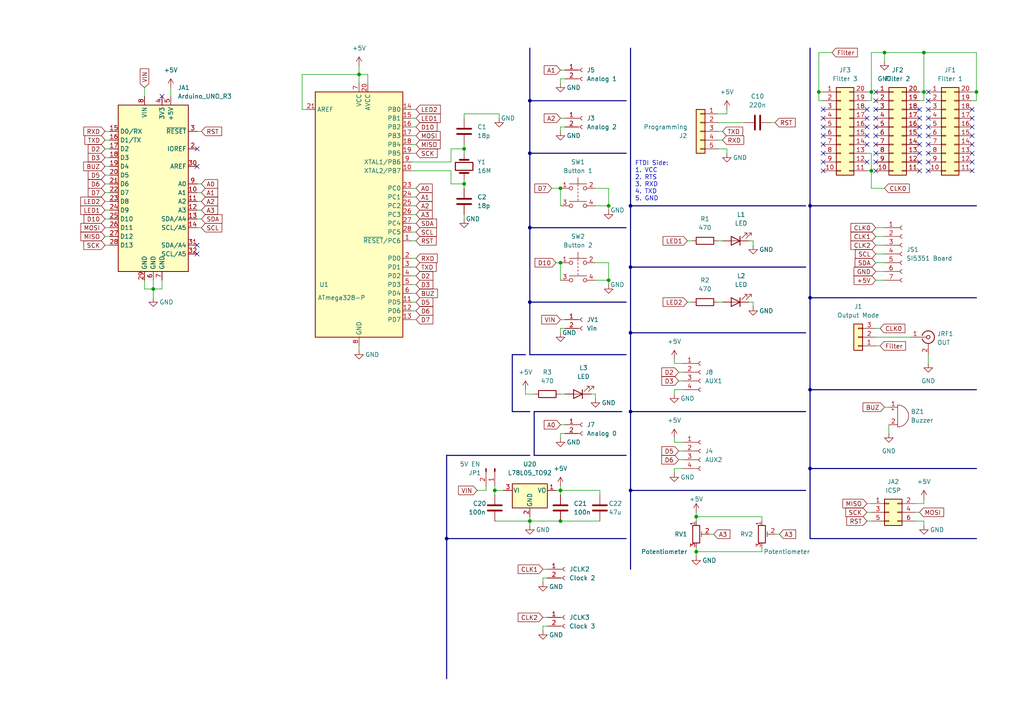
<source format=kicad_sch>
(kicad_sch (version 20211123) (generator eeschema)
  (paper "A4")
  (junction (at 44.45 83.82))
  (junction (at 252.73 49.53))
  (junction (at 162.56 54.61))
  (junction (at 162.56 76.2))
  (junction (at 267.97 26.67))
  (junction (at 234.95 113.03))
  (junction (at 234.95 86.36))
  (junction (at 143.51 142.24))
  (junction (at 153.67 87.63))
  (junction (at 201.93 149.86))
  (junction (at 182.88 59.69))
  (junction (at 267.97 15.24))
  (junction (at 176.53 59.69))
  (junction (at 182.88 77.47))
  (junction (at 153.67 44.45))
  (junction (at 201.93 160.02))
  (junction (at 104.14 21.59))
  (junction (at 256.54 15.24))
  (junction (at 182.88 142.24))
  (junction (at 182.88 96.52))
  (junction (at 134.62 43.18))
  (junction (at 129.54 156.21))
  (junction (at 182.88 119.38))
  (junction (at 153.67 151.13))
  (junction (at 237.49 26.67))
  (junction (at 234.95 59.69))
  (junction (at 283.21 26.67))
  (junction (at 153.67 66.04))
  (junction (at 153.67 29.21))
  (junction (at 134.62 53.34))
  (junction (at 234.95 135.89))
  (junction (at 162.56 151.13))
  (junction (at 176.53 81.28))
  (junction (at 252.73 26.67))
  (junction (at 162.56 142.24))
  (no_connect (at 238.76 36.83))
  (no_connect (at 254 34.29))
  (no_connect (at 254 49.53))
  (no_connect (at 266.7 49.53))
  (no_connect (at 269.24 49.53))
  (no_connect (at 281.94 49.53))
  (no_connect (at 238.76 49.53))
  (no_connect (at 254 46.99))
  (no_connect (at 251.46 36.83))
  (no_connect (at 266.7 41.91))
  (no_connect (at 254 36.83))
  (no_connect (at 254 26.67))
  (no_connect (at 238.76 41.91))
  (no_connect (at 254 44.45))
  (no_connect (at 266.7 36.83))
  (no_connect (at 238.76 31.75))
  (no_connect (at 238.76 34.29))
  (no_connect (at 251.46 39.37))
  (no_connect (at 238.76 46.99))
  (no_connect (at 251.46 31.75))
  (no_connect (at 266.7 46.99))
  (no_connect (at 46.99 27.94))
  (no_connect (at 251.46 46.99))
  (no_connect (at 266.7 31.75))
  (no_connect (at 238.76 39.37))
  (no_connect (at 266.7 44.45))
  (no_connect (at 266.7 34.29))
  (no_connect (at 251.46 34.29))
  (no_connect (at 254 29.21))
  (no_connect (at 57.15 43.18))
  (no_connect (at 57.15 48.26))
  (no_connect (at 251.46 41.91))
  (no_connect (at 254 41.91))
  (no_connect (at 266.7 39.37))
  (no_connect (at 57.15 71.12))
  (no_connect (at 57.15 73.66))
  (no_connect (at 238.76 44.45))
  (no_connect (at 269.24 39.37))
  (no_connect (at 269.24 44.45))
  (no_connect (at 269.24 41.91))
  (no_connect (at 269.24 36.83))
  (no_connect (at 269.24 46.99))
  (no_connect (at 269.24 29.21))
  (no_connect (at 269.24 26.67))
  (no_connect (at 269.24 31.75))
  (no_connect (at 269.24 34.29))
  (no_connect (at 281.94 46.99))
  (no_connect (at 281.94 39.37))
  (no_connect (at 281.94 44.45))
  (no_connect (at 281.94 36.83))
  (no_connect (at 281.94 41.91))
  (no_connect (at 281.94 31.75))
  (no_connect (at 281.94 34.29))
  (no_connect (at 254 31.75))
  (no_connect (at 254 39.37))
  (wire (pts (xy 162.56 20.32) (xy 163.83 20.32)))
  (wire (pts (xy 252.73 44.45) (xy 252.73 49.53)))
  (bus (pts (xy 182.88 119.38) (xy 182.88 142.24)))
  (wire (pts (xy 157.48 167.64) (xy 157.48 168.91)))
  (wire (pts (xy 217.17 87.63) (xy 218.44 87.63)))
  (bus (pts (xy 148.59 119.38) (xy 153.67 119.38)))
  (wire (pts (xy 237.49 26.67) (xy 238.76 26.67)))
  (wire (pts (xy 210.82 33.02) (xy 210.82 31.75)))
  (wire (pts (xy 172.72 54.61) (xy 176.53 54.61)))
  (bus (pts (xy 182.88 142.24) (xy 182.88 165.1)))
  (wire (pts (xy 218.44 87.63) (xy 218.44 88.9)))
  (wire (pts (xy 30.48 50.8) (xy 31.75 50.8)))
  (bus (pts (xy 153.67 29.21) (xy 181.61 29.21)))
  (wire (pts (xy 57.15 63.5) (xy 58.42 63.5)))
  (wire (pts (xy 130.81 49.53) (xy 130.81 53.34)))
  (wire (pts (xy 44.45 83.82) (xy 44.45 81.28)))
  (bus (pts (xy 153.67 132.08) (xy 129.54 132.08)))
  (wire (pts (xy 162.56 151.13) (xy 173.99 151.13)))
  (bus (pts (xy 153.67 66.04) (xy 153.67 87.63)))
  (wire (pts (xy 162.56 36.83) (xy 162.56 38.1)))
  (wire (pts (xy 152.4 114.3) (xy 154.94 114.3)))
  (bus (pts (xy 154.94 132.08) (xy 181.61 132.08)))
  (wire (pts (xy 158.75 167.64) (xy 157.48 167.64)))
  (wire (pts (xy 119.38 64.77) (xy 120.65 64.77)))
  (wire (pts (xy 265.43 146.05) (xy 267.97 146.05)))
  (bus (pts (xy 153.67 87.63) (xy 153.67 102.87)))
  (wire (pts (xy 201.93 158.75) (xy 201.93 160.02)))
  (wire (pts (xy 119.38 77.47) (xy 120.65 77.47)))
  (wire (pts (xy 30.48 38.1) (xy 31.75 38.1)))
  (wire (pts (xy 46.99 83.82) (xy 44.45 83.82)))
  (wire (pts (xy 162.56 142.24) (xy 162.56 143.51)))
  (bus (pts (xy 234.95 86.36) (xy 283.21 86.36)))
  (wire (pts (xy 199.39 69.85) (xy 200.66 69.85)))
  (bus (pts (xy 182.88 142.24) (xy 233.68 142.24)))
  (wire (pts (xy 57.15 55.88) (xy 58.42 55.88)))
  (wire (pts (xy 119.38 92.71) (xy 120.65 92.71)))
  (wire (pts (xy 252.73 54.61) (xy 256.54 54.61)))
  (wire (pts (xy 172.72 59.69) (xy 176.53 59.69)))
  (wire (pts (xy 162.56 76.2) (xy 162.56 81.28)))
  (wire (pts (xy 119.38 49.53) (xy 130.81 49.53)))
  (wire (pts (xy 283.21 26.67) (xy 283.21 15.24)))
  (wire (pts (xy 195.58 105.41) (xy 195.58 104.14)))
  (bus (pts (xy 234.95 135.89) (xy 234.95 156.21)))
  (wire (pts (xy 119.38 85.09) (xy 120.65 85.09)))
  (wire (pts (xy 254 81.28) (xy 256.54 81.28)))
  (wire (pts (xy 218.44 69.85) (xy 218.44 71.12)))
  (bus (pts (xy 234.95 86.36) (xy 234.95 113.03)))
  (wire (pts (xy 208.28 40.64) (xy 209.55 40.64)))
  (wire (pts (xy 134.62 44.45) (xy 134.62 43.18)))
  (wire (pts (xy 49.53 25.4) (xy 49.53 27.94)))
  (wire (pts (xy 160.02 54.61) (xy 162.56 54.61)))
  (wire (pts (xy 30.48 43.18) (xy 31.75 43.18)))
  (bus (pts (xy 148.59 102.87) (xy 148.59 119.38)))
  (wire (pts (xy 208.28 43.18) (xy 210.82 43.18)))
  (wire (pts (xy 162.56 123.19) (xy 163.83 123.19)))
  (bus (pts (xy 182.88 13.97) (xy 182.88 59.69)))
  (wire (pts (xy 237.49 15.24) (xy 237.49 26.67)))
  (wire (pts (xy 254 95.25) (xy 255.27 95.25)))
  (bus (pts (xy 182.88 77.47) (xy 233.68 77.47)))
  (wire (pts (xy 153.67 149.86) (xy 153.67 151.13)))
  (wire (pts (xy 195.58 113.03) (xy 195.58 114.3)))
  (wire (pts (xy 134.62 62.23) (xy 134.62 63.5)))
  (wire (pts (xy 87.63 31.75) (xy 87.63 21.59)))
  (wire (pts (xy 251.46 148.59) (xy 252.73 148.59)))
  (wire (pts (xy 173.99 143.51) (xy 173.99 142.24)))
  (wire (pts (xy 44.45 83.82) (xy 44.45 86.36)))
  (wire (pts (xy 119.38 82.55) (xy 120.65 82.55)))
  (wire (pts (xy 176.53 54.61) (xy 176.53 59.69)))
  (wire (pts (xy 172.72 114.3) (xy 172.72 115.57)))
  (wire (pts (xy 237.49 29.21) (xy 237.49 26.67)))
  (bus (pts (xy 153.67 44.45) (xy 181.61 44.45)))
  (wire (pts (xy 195.58 128.27) (xy 195.58 127)))
  (wire (pts (xy 256.54 118.11) (xy 257.81 118.11)))
  (wire (pts (xy 176.53 76.2) (xy 176.53 81.28)))
  (wire (pts (xy 223.52 35.56) (xy 224.79 35.56)))
  (wire (pts (xy 254 100.33) (xy 255.27 100.33)))
  (wire (pts (xy 267.97 26.67) (xy 266.7 26.67)))
  (wire (pts (xy 161.29 76.2) (xy 162.56 76.2)))
  (wire (pts (xy 104.14 100.33) (xy 104.14 101.6)))
  (wire (pts (xy 88.9 31.75) (xy 87.63 31.75)))
  (wire (pts (xy 254 73.66) (xy 256.54 73.66)))
  (wire (pts (xy 162.56 125.73) (xy 162.56 127)))
  (wire (pts (xy 252.73 29.21) (xy 252.73 26.67)))
  (wire (pts (xy 119.38 44.45) (xy 120.65 44.45)))
  (wire (pts (xy 104.14 19.05) (xy 104.14 21.59)))
  (wire (pts (xy 143.51 151.13) (xy 153.67 151.13)))
  (wire (pts (xy 41.91 83.82) (xy 44.45 83.82)))
  (bus (pts (xy 153.67 102.87) (xy 181.61 102.87)))
  (wire (pts (xy 134.62 34.29) (xy 134.62 33.02)))
  (bus (pts (xy 153.67 87.63) (xy 181.61 87.63)))
  (wire (pts (xy 158.75 181.61) (xy 157.48 181.61)))
  (wire (pts (xy 30.48 55.88) (xy 31.75 55.88)))
  (wire (pts (xy 172.72 76.2) (xy 176.53 76.2)))
  (wire (pts (xy 143.51 142.24) (xy 143.51 143.51)))
  (wire (pts (xy 196.85 130.81) (xy 198.12 130.81)))
  (wire (pts (xy 157.48 181.61) (xy 157.48 182.88)))
  (wire (pts (xy 220.98 160.02) (xy 201.93 160.02)))
  (wire (pts (xy 254 76.2) (xy 256.54 76.2)))
  (wire (pts (xy 208.28 38.1) (xy 209.55 38.1)))
  (bus (pts (xy 153.67 44.45) (xy 153.67 66.04)))
  (bus (pts (xy 234.95 135.89) (xy 283.21 135.89)))
  (wire (pts (xy 252.73 15.24) (xy 256.54 15.24)))
  (bus (pts (xy 129.54 132.08) (xy 129.54 156.21)))
  (wire (pts (xy 134.62 43.18) (xy 130.81 43.18)))
  (wire (pts (xy 208.28 87.63) (xy 209.55 87.63)))
  (wire (pts (xy 162.56 92.71) (xy 163.83 92.71)))
  (wire (pts (xy 30.48 71.12) (xy 31.75 71.12)))
  (bus (pts (xy 234.95 113.03) (xy 234.95 135.89)))
  (wire (pts (xy 140.97 142.24) (xy 138.43 142.24)))
  (wire (pts (xy 119.38 39.37) (xy 120.65 39.37)))
  (bus (pts (xy 234.95 156.21) (xy 283.21 156.21)))
  (bus (pts (xy 129.54 156.21) (xy 129.54 196.85)))
  (bus (pts (xy 182.88 96.52) (xy 182.88 119.38)))
  (wire (pts (xy 201.93 149.86) (xy 220.98 149.86)))
  (bus (pts (xy 153.67 29.21) (xy 153.67 44.45)))
  (wire (pts (xy 198.12 135.89) (xy 195.58 135.89)))
  (wire (pts (xy 267.97 29.21) (xy 267.97 26.67)))
  (wire (pts (xy 119.38 54.61) (xy 120.65 54.61)))
  (wire (pts (xy 119.38 31.75) (xy 120.65 31.75)))
  (bus (pts (xy 182.88 77.47) (xy 182.88 96.52)))
  (wire (pts (xy 267.97 152.4) (xy 267.97 151.13)))
  (wire (pts (xy 267.97 26.67) (xy 267.97 15.24)))
  (wire (pts (xy 171.45 114.3) (xy 172.72 114.3)))
  (wire (pts (xy 30.48 60.96) (xy 31.75 60.96)))
  (wire (pts (xy 195.58 135.89) (xy 195.58 137.16)))
  (wire (pts (xy 176.53 59.69) (xy 176.53 60.96)))
  (wire (pts (xy 134.62 53.34) (xy 134.62 54.61)))
  (wire (pts (xy 119.38 62.23) (xy 120.65 62.23)))
  (wire (pts (xy 130.81 43.18) (xy 130.81 46.99)))
  (wire (pts (xy 119.38 80.01) (xy 120.65 80.01)))
  (wire (pts (xy 119.38 90.17) (xy 120.65 90.17)))
  (bus (pts (xy 182.88 59.69) (xy 233.68 59.69)))
  (wire (pts (xy 153.67 151.13) (xy 153.67 152.4)))
  (wire (pts (xy 119.38 46.99) (xy 130.81 46.99)))
  (bus (pts (xy 153.67 13.97) (xy 153.67 29.21)))
  (wire (pts (xy 196.85 107.95) (xy 198.12 107.95)))
  (wire (pts (xy 198.12 105.41) (xy 195.58 105.41)))
  (wire (pts (xy 220.98 151.13) (xy 220.98 149.86)))
  (wire (pts (xy 210.82 43.18) (xy 210.82 44.45)))
  (wire (pts (xy 119.38 59.69) (xy 120.65 59.69)))
  (wire (pts (xy 241.3 15.24) (xy 237.49 15.24)))
  (wire (pts (xy 252.73 49.53) (xy 252.73 54.61)))
  (wire (pts (xy 267.97 15.24) (xy 256.54 15.24)))
  (wire (pts (xy 162.56 114.3) (xy 163.83 114.3)))
  (wire (pts (xy 208.28 35.56) (xy 215.9 35.56)))
  (wire (pts (xy 143.51 142.24) (xy 146.05 142.24)))
  (wire (pts (xy 57.15 53.34) (xy 58.42 53.34)))
  (wire (pts (xy 217.17 69.85) (xy 218.44 69.85)))
  (bus (pts (xy 234.95 59.69) (xy 234.95 86.36)))
  (wire (pts (xy 30.48 40.64) (xy 31.75 40.64)))
  (wire (pts (xy 162.56 95.25) (xy 162.56 96.52)))
  (bus (pts (xy 129.54 156.21) (xy 181.61 156.21)))
  (wire (pts (xy 281.94 29.21) (xy 283.21 29.21)))
  (bus (pts (xy 182.88 96.52) (xy 233.68 96.52)))
  (wire (pts (xy 30.48 53.34) (xy 31.75 53.34)))
  (wire (pts (xy 57.15 60.96) (xy 58.42 60.96)))
  (wire (pts (xy 41.91 25.4) (xy 41.91 27.94)))
  (wire (pts (xy 119.38 34.29) (xy 120.65 34.29)))
  (wire (pts (xy 254 66.04) (xy 256.54 66.04)))
  (wire (pts (xy 162.56 34.29) (xy 163.83 34.29)))
  (wire (pts (xy 140.97 140.97) (xy 140.97 142.24)))
  (wire (pts (xy 198.12 113.03) (xy 195.58 113.03)))
  (wire (pts (xy 208.28 69.85) (xy 209.55 69.85)))
  (wire (pts (xy 162.56 142.24) (xy 162.56 140.97)))
  (wire (pts (xy 163.83 95.25) (xy 162.56 95.25)))
  (bus (pts (xy 154.94 119.38) (xy 154.94 132.08)))
  (wire (pts (xy 257.81 123.19) (xy 257.81 125.73)))
  (wire (pts (xy 30.48 66.04) (xy 31.75 66.04)))
  (wire (pts (xy 254 97.79) (xy 264.16 97.79)))
  (wire (pts (xy 119.38 69.85) (xy 120.65 69.85)))
  (wire (pts (xy 251.46 29.21) (xy 252.73 29.21)))
  (wire (pts (xy 256.54 17.78) (xy 256.54 15.24)))
  (wire (pts (xy 130.81 53.34) (xy 134.62 53.34)))
  (bus (pts (xy 152.4 102.87) (xy 148.59 102.87)))
  (wire (pts (xy 199.39 87.63) (xy 200.66 87.63)))
  (wire (pts (xy 30.48 48.26) (xy 31.75 48.26)))
  (wire (pts (xy 283.21 15.24) (xy 267.97 15.24)))
  (wire (pts (xy 224.79 154.94) (xy 226.06 154.94)))
  (wire (pts (xy 267.97 151.13) (xy 265.43 151.13)))
  (wire (pts (xy 106.68 24.13) (xy 106.68 21.59)))
  (wire (pts (xy 163.83 36.83) (xy 162.56 36.83)))
  (wire (pts (xy 162.56 22.86) (xy 162.56 24.13)))
  (bus (pts (xy 182.88 119.38) (xy 233.68 119.38)))
  (wire (pts (xy 106.68 21.59) (xy 104.14 21.59)))
  (wire (pts (xy 265.43 148.59) (xy 266.7 148.59)))
  (wire (pts (xy 269.24 102.87) (xy 269.24 105.41)))
  (wire (pts (xy 251.46 151.13) (xy 252.73 151.13)))
  (wire (pts (xy 252.73 15.24) (xy 252.73 26.67)))
  (bus (pts (xy 182.88 59.69) (xy 182.88 77.47)))
  (wire (pts (xy 283.21 26.67) (xy 281.94 26.67)))
  (wire (pts (xy 152.4 114.3) (xy 152.4 113.03)))
  (wire (pts (xy 201.93 149.86) (xy 201.93 151.13)))
  (bus (pts (xy 234.95 13.97) (xy 234.95 59.69)))
  (wire (pts (xy 254 71.12) (xy 256.54 71.12)))
  (wire (pts (xy 251.46 49.53) (xy 252.73 49.53)))
  (wire (pts (xy 198.12 128.27) (xy 195.58 128.27)))
  (wire (pts (xy 162.56 54.61) (xy 162.56 59.69)))
  (wire (pts (xy 143.51 140.97) (xy 143.51 142.24)))
  (wire (pts (xy 104.14 21.59) (xy 104.14 24.13)))
  (wire (pts (xy 283.21 29.21) (xy 283.21 26.67)))
  (wire (pts (xy 157.48 179.07) (xy 158.75 179.07)))
  (wire (pts (xy 163.83 125.73) (xy 162.56 125.73)))
  (wire (pts (xy 251.46 146.05) (xy 252.73 146.05)))
  (wire (pts (xy 267.97 146.05) (xy 267.97 144.78)))
  (wire (pts (xy 220.98 158.75) (xy 220.98 160.02)))
  (wire (pts (xy 46.99 81.28) (xy 46.99 83.82)))
  (bus (pts (xy 283.21 59.69) (xy 234.95 59.69)))
  (wire (pts (xy 254 68.58) (xy 256.54 68.58)))
  (wire (pts (xy 161.29 142.24) (xy 162.56 142.24)))
  (wire (pts (xy 196.85 133.35) (xy 198.12 133.35)))
  (wire (pts (xy 30.48 68.58) (xy 31.75 68.58)))
  (wire (pts (xy 208.28 33.02) (xy 210.82 33.02)))
  (wire (pts (xy 251.46 44.45) (xy 252.73 44.45)))
  (wire (pts (xy 176.53 81.28) (xy 176.53 82.55)))
  (wire (pts (xy 172.72 81.28) (xy 176.53 81.28)))
  (wire (pts (xy 119.38 74.93) (xy 120.65 74.93)))
  (wire (pts (xy 119.38 67.31) (xy 120.65 67.31)))
  (wire (pts (xy 119.38 36.83) (xy 120.65 36.83)))
  (wire (pts (xy 119.38 57.15) (xy 120.65 57.15)))
  (wire (pts (xy 196.85 110.49) (xy 198.12 110.49)))
  (wire (pts (xy 87.63 21.59) (xy 104.14 21.59)))
  (wire (pts (xy 30.48 63.5) (xy 31.75 63.5)))
  (wire (pts (xy 205.74 154.94) (xy 207.01 154.94)))
  (wire (pts (xy 252.73 26.67) (xy 251.46 26.67)))
  (wire (pts (xy 134.62 53.34) (xy 134.62 52.07)))
  (wire (pts (xy 134.62 41.91) (xy 134.62 43.18)))
  (wire (pts (xy 238.76 29.21) (xy 237.49 29.21)))
  (wire (pts (xy 119.38 87.63) (xy 120.65 87.63)))
  (wire (pts (xy 157.48 165.1) (xy 158.75 165.1)))
  (wire (pts (xy 30.48 45.72) (xy 31.75 45.72)))
  (wire (pts (xy 41.91 81.28) (xy 41.91 83.82)))
  (wire (pts (xy 134.62 33.02) (xy 144.78 33.02)))
  (wire (pts (xy 163.83 22.86) (xy 162.56 22.86)))
  (wire (pts (xy 57.15 58.42) (xy 58.42 58.42)))
  (wire (pts (xy 119.38 41.91) (xy 120.65 41.91)))
  (wire (pts (xy 144.78 33.02) (xy 144.78 34.29)))
  (wire (pts (xy 201.93 148.59) (xy 201.93 149.86)))
  (wire (pts (xy 266.7 29.21) (xy 267.97 29.21)))
  (wire (pts (xy 153.67 151.13) (xy 162.56 151.13)))
  (wire (pts (xy 254 78.74) (xy 256.54 78.74)))
  (bus (pts (xy 234.95 113.03) (xy 283.21 113.03)))
  (bus (pts (xy 153.67 66.04) (xy 181.61 66.04)))
  (wire (pts (xy 57.15 38.1) (xy 58.42 38.1)))
  (wire (pts (xy 201.93 161.29) (xy 201.93 160.02)))
  (bus (pts (xy 154.94 119.38) (xy 180.34 119.38)))
  (wire (pts (xy 30.48 58.42) (xy 31.75 58.42)))
  (wire (pts (xy 57.15 66.04) (xy 58.42 66.04)))
  (wire (pts (xy 173.99 142.24) (xy 162.56 142.24)))
  (text "FTDI Side:\n1. VCC\n2. RTS\n3. RXD\n4. TXD\n5. GND" (at 184.15 58.42 0) (effects (font (size 1.27 1.27)) (justify left bottom)))
  (global_label "D6" (shape input) (at 30.48 53.34 180) (property "Intersheet References" "${INTERSHEET_REFS}" (effects hide)))
  (global_label "A2" (shape input) (at 162.56 34.29 180) (property "Intersheet References" "${INTERSHEET_REFS}" (effects hide)))
  (global_label "RST" (shape input) (at 120.65 69.85 0) (property "Intersheet References" "${INTERSHEET_REFS}" (effects hide)))
  (global_label "SCK" (shape input) (at 251.46 148.59 180) (property "Intersheet References" "${INTERSHEET_REFS}" (effects hide)))
  (global_label "SDA" (shape input) (at 120.65 64.77 0) (property "Intersheet References" "${INTERSHEET_REFS}" (effects hide)))
  (global_label "RST" (shape input) (at 251.46 151.13 180) (property "Intersheet References" "${INTERSHEET_REFS}" (effects hide)))
  (global_label "MOSI" (shape input) (at 30.48 66.04 180) (property "Intersheet References" "${INTERSHEET_REFS}" (effects hide)))
  (global_label "D5" (shape input) (at 196.85 130.81 180) (property "Intersheet References" "${INTERSHEET_REFS}" (effects hide)))
  (global_label "CLK1" (shape input) (at 254 68.58 180) (property "Intersheet References" "${INTERSHEET_REFS}" (effects hide)))
  (global_label "SCK" (shape input) (at 30.48 71.12 180) (property "Intersheet References" "${INTERSHEET_REFS}" (effects hide)))
  (global_label "A1" (shape input) (at 120.65 57.15 0) (property "Intersheet References" "${INTERSHEET_REFS}" (effects hide)))
  (global_label "RXD" (shape input) (at 30.48 38.1 180) (property "Intersheet References" "${INTERSHEET_REFS}" (effects hide)))
  (global_label "CLK0" (shape input) (at 256.54 54.61 0) (property "Intersheet References" "${INTERSHEET_REFS}" (effects hide)))
  (global_label "SCL" (shape input) (at 58.42 66.04 0) (property "Intersheet References" "${INTERSHEET_REFS}" (effects hide)))
  (global_label "LED2" (shape input) (at 199.39 87.63 180) (property "Intersheet References" "${INTERSHEET_REFS}" (effects hide)))
  (global_label "RST" (shape input) (at 58.42 38.1 0) (property "Intersheet References" "${INTERSHEET_REFS}" (effects hide)))
  (global_label "SCL" (shape input) (at 254 73.66 180) (property "Intersheet References" "${INTERSHEET_REFS}" (effects hide)))
  (global_label "CLK0" (shape input) (at 255.27 95.25 0) (property "Intersheet References" "${INTERSHEET_REFS}" (effects hide)))
  (global_label "RST" (shape input) (at 224.79 35.56 0) (property "Intersheet References" "${INTERSHEET_REFS}" (effects hide)))
  (global_label "D7" (shape input) (at 30.48 55.88 180) (property "Intersheet References" "${INTERSHEET_REFS}" (effects hide)))
  (global_label "BUZ" (shape input) (at 256.54 118.11 180) (property "Intersheet References" "${INTERSHEET_REFS}" (effects hide)))
  (global_label "D7" (shape input) (at 120.65 92.71 0) (property "Intersheet References" "${INTERSHEET_REFS}" (effects hide)))
  (global_label "MOSI" (shape input) (at 266.7 148.59 0) (property "Intersheet References" "${INTERSHEET_REFS}" (effects hide)))
  (global_label "CLK0" (shape input) (at 254 66.04 180) (property "Intersheet References" "${INTERSHEET_REFS}" (effects hide)))
  (global_label "A2" (shape input) (at 120.65 59.69 0) (property "Intersheet References" "${INTERSHEET_REFS}" (effects hide)))
  (global_label "A0" (shape input) (at 162.56 123.19 180) (property "Intersheet References" "${INTERSHEET_REFS}" (effects hide)))
  (global_label "MISO" (shape input) (at 120.65 41.91 0) (property "Intersheet References" "${INTERSHEET_REFS}" (effects hide)))
  (global_label "A1" (shape input) (at 162.56 20.32 180) (property "Intersheet References" "${INTERSHEET_REFS}" (effects hide)))
  (global_label "SDA" (shape input) (at 58.42 63.5 0) (property "Intersheet References" "${INTERSHEET_REFS}" (effects hide)))
  (global_label "A3" (shape input) (at 207.01 154.94 0) (property "Intersheet References" "${INTERSHEET_REFS}" (effects hide)))
  (global_label "BUZ" (shape input) (at 120.65 85.09 0) (property "Intersheet References" "${INTERSHEET_REFS}" (effects hide)))
  (global_label "LED1" (shape input) (at 199.39 69.85 180) (property "Intersheet References" "${INTERSHEET_REFS}" (effects hide)))
  (global_label "D2" (shape input) (at 30.48 43.18 180) (property "Intersheet References" "${INTERSHEET_REFS}" (effects hide)))
  (global_label "CLK2" (shape input) (at 157.48 179.07 180) (property "Intersheet References" "${INTERSHEET_REFS}" (effects hide)))
  (global_label "CLK1" (shape input) (at 157.48 165.1 180) (property "Intersheet References" "${INTERSHEET_REFS}" (effects hide)))
  (global_label "RXD" (shape input) (at 209.55 40.64 0) (property "Intersheet References" "${INTERSHEET_REFS}" (effects hide)))
  (global_label "MOSI" (shape input) (at 120.65 39.37 0) (property "Intersheet References" "${INTERSHEET_REFS}" (effects hide)))
  (global_label "VIN" (shape input) (at 41.91 25.4 90) (property "Intersheet References" "${INTERSHEET_REFS}" (effects hide)))
  (global_label "A1" (shape input) (at 58.42 55.88 0) (property "Intersheet References" "${INTERSHEET_REFS}" (effects hide)))
  (global_label "CLK2" (shape input) (at 254 71.12 180) (property "Intersheet References" "${INTERSHEET_REFS}" (effects hide)))
  (global_label "GND" (shape input) (at 254 78.74 180) (property "Intersheet References" "${INTERSHEET_REFS}" (effects hide)))
  (global_label "SDA" (shape input) (at 254 76.2 180) (property "Intersheet References" "${INTERSHEET_REFS}" (effects hide)))
  (global_label "D5" (shape input) (at 120.65 87.63 0) (property "Intersheet References" "${INTERSHEET_REFS}" (effects hide)))
  (global_label "A3" (shape input) (at 226.06 154.94 0) (property "Intersheet References" "${INTERSHEET_REFS}" (effects hide)))
  (global_label "VIN" (shape input) (at 162.56 92.71 180) (property "Intersheet References" "${INTERSHEET_REFS}" (effects hide)))
  (global_label "D2" (shape input) (at 196.85 107.95 180) (property "Intersheet References" "${INTERSHEET_REFS}" (effects hide)))
  (global_label "TXD" (shape input) (at 209.55 38.1 0) (property "Intersheet References" "${INTERSHEET_REFS}" (effects hide)))
  (global_label "Filter" (shape input) (at 241.3 15.24 0) (property "Intersheet References" "${INTERSHEET_REFS}" (effects hide)))
  (global_label "BUZ" (shape input) (at 30.48 48.26 180) (property "Intersheet References" "${INTERSHEET_REFS}" (effects hide)))
  (global_label "D10" (shape input) (at 161.29 76.2 180) (property "Intersheet References" "${INTERSHEET_REFS}" (effects hide)))
  (global_label "D3" (shape input) (at 196.85 110.49 180) (property "Intersheet References" "${INTERSHEET_REFS}" (effects hide)))
  (global_label "D7" (shape input) (at 160.02 54.61 180) (property "Intersheet References" "${INTERSHEET_REFS}" (effects hide)))
  (global_label "A2" (shape input) (at 58.42 58.42 0) (property "Intersheet References" "${INTERSHEET_REFS}" (effects hide)))
  (global_label "D5" (shape input) (at 30.48 50.8 180) (property "Intersheet References" "${INTERSHEET_REFS}" (effects hide)))
  (global_label "Filter" (shape input) (at 255.27 100.33 0) (property "Intersheet References" "${INTERSHEET_REFS}" (effects hide)))
  (global_label "D10" (shape input) (at 120.65 36.83 0) (property "Intersheet References" "${INTERSHEET_REFS}" (effects hide)))
  (global_label "MISO" (shape input) (at 251.46 146.05 180) (property "Intersheet References" "${INTERSHEET_REFS}" (effects hide)))
  (global_label "D10" (shape input) (at 30.48 63.5 180) (property "Intersheet References" "${INTERSHEET_REFS}" (effects hide)))
  (global_label "LED1" (shape input) (at 30.48 60.96 180) (property "Intersheet References" "${INTERSHEET_REFS}" (effects hide)))
  (global_label "A3" (shape input) (at 120.65 62.23 0) (property "Intersheet References" "${INTERSHEET_REFS}" (effects hide)))
  (global_label "D6" (shape input) (at 196.85 133.35 180) (property "Intersheet References" "${INTERSHEET_REFS}" (effects hide)))
  (global_label "RXD" (shape input) (at 120.65 74.93 0) (property "Intersheet References" "${INTERSHEET_REFS}" (effects hide)))
  (global_label "LED2" (shape input) (at 120.65 31.75 0) (property "Intersheet References" "${INTERSHEET_REFS}" (effects hide)))
  (global_label "+5V" (shape input) (at 254 81.28 180) (property "Intersheet References" "${INTERSHEET_REFS}" (effects hide)))
  (global_label "TXD" (shape input) (at 120.65 77.47 0) (property "Intersheet References" "${INTERSHEET_REFS}" (effects hide)))
  (global_label "LED2" (shape input) (at 30.48 58.42 180) (property "Intersheet References" "${INTERSHEET_REFS}" (effects hide)))
  (global_label "VIN" (shape input) (at 138.43 142.24 180) (property "Intersheet References" "${INTERSHEET_REFS}" (effects hide)))
  (global_label "D3" (shape input) (at 120.65 82.55 0) (property "Intersheet References" "${INTERSHEET_REFS}" (effects hide)))
  (global_label "SCK" (shape input) (at 120.65 44.45 0) (property "Intersheet References" "${INTERSHEET_REFS}" (effects hide)))
  (global_label "TXD" (shape input) (at 30.48 40.64 180) (property "Intersheet References" "${INTERSHEET_REFS}" (effects hide)))
  (global_label "D3" (shape input) (at 30.48 45.72 180) (property "Intersheet References" "${INTERSHEET_REFS}" (effects hide)))
  (global_label "SCL" (shape input) (at 120.65 67.31 0) (property "Intersheet References" "${INTERSHEET_REFS}" (effects hide)))
  (global_label "D2" (shape input) (at 120.65 80.01 0) (property "Intersheet References" "${INTERSHEET_REFS}" (effects hide)))
  (global_label "D6" (shape input) (at 120.65 90.17 0) (property "Intersheet References" "${INTERSHEET_REFS}" (effects hide)))
  (global_label "MISO" (shape input) (at 30.48 68.58 180) (property "Intersheet References" "${INTERSHEET_REFS}" (effects hide)))
  (global_label "LED1" (shape input) (at 120.65 34.29 0) (property "Intersheet References" "${INTERSHEET_REFS}" (effects hide)))
  (global_label "A3" (shape input) (at 58.42 60.96 0) (property "Intersheet References" "${INTERSHEET_REFS}" (effects hide)))
  (global_label "A0" (shape input) (at 58.42 53.34 0) (property "Intersheet References" "${INTERSHEET_REFS}" (effects hide)))
  (global_label "A0" (shape input) (at 120.65 54.61 0) (property "Intersheet References" "${INTERSHEET_REFS}" (effects hide)))
  (symbol (lib_id "Connector:Conn_01x07_Female") (at 261.62 73.66 0) (unit 1)
    (property "Reference" "JS1" (at 262.89 72.3899 0) (effects (justify left)))
    (property "Value" "SI5351 Board" (at 262.89 74.9299 0) (effects (justify left)))
    (property "Footprint" "Connector_PinHeader_2.54mm:PinHeader_1x07_P2.54mm_Vertical" (effects hide))
  )
  (symbol (lib_name "GND_1") (lib_id "power:GND") (at 157.48 168.91 0) (unit 1)
    (property "Reference" "#PWR01" (effects hide))
    (property "Value" "GND" (at 161.29 170.18 0))
  )
  (symbol (lib_name "GND_2") (lib_id "power:GND") (at 256.54 17.78 0) (unit 1)
    (property "Reference" "#PWR0101" (effects hide))
    (property "Value" "GND" (at 256.54 22.86 0))
  )
  (symbol (lib_id "power:+5V") (at 210.82 31.75 0) (unit 1)
    (property "Reference" "#PWR0114" (effects hide))
    (property "Value" "+5V" (at 210.82 26.67 0))
  )
  (symbol (lib_id "Connector:Conn_01x02_Female") (at 168.91 20.32 0) (unit 1)
    (property "Reference" "J5" (at 170.18 20.3199 0) (effects (justify left)))
    (property "Value" "Analog 1" (at 170.18 22.8599 0) (effects (justify left)))
    (property "Footprint" "Connector_PinHeader_2.54mm:PinHeader_1x02_P2.54mm_Vertical" (effects hide))
  )
  (symbol (lib_id "Connector:Conn_01x02_Male") (at 143.51 135.89 270) (unit 1)
    (property "Reference" "JP1" (at 135.89 137.16 90) (effects (justify left)))
    (property "Value" "5V EN" (at 133.35 134.62 90) (effects (justify left)))
    (property "Footprint" "Connector_PinHeader_2.54mm:PinHeader_1x02_P2.54mm_Vertical" (effects hide))
  )
  (symbol (lib_name "GND_1") (lib_id "power:GND") (at 162.56 96.52 0) (unit 1)
    (property "Reference" "#PWR0120" (effects hide))
    (property "Value" "GND" (at 165.1 96.52 0))
  )
  (symbol (lib_name "GND_1") (lib_id "power:GND") (at 195.58 114.3 0) (unit 1)
    (property "Reference" "#PWR0110" (effects hide))
    (property "Value" "GND" (at 199.39 115.57 0))
  )
  (symbol (lib_id "Device:C") (at 173.99 147.32 0) (unit 1)
    (property "Reference" "C22" (at 176.53 146.05 0) (effects (justify left)))
    (property "Value" "47u" (at 176.53 148.59 0) (effects (justify left)))
    (property "Footprint" "Capacitor_THT:CP_Radial_Tantal_D5.5mm_P2.50mm" (effects hide))
  )
  (symbol (lib_id "Device:R") (at 158.75 114.3 90) (unit 1)
    (property "Reference" "R3" (at 158.75 107.95 90))
    (property "Value" "470" (at 158.75 110.49 90))
    (property "Footprint" "Resistor_THT:R_Axial_DIN0207_L6.3mm_D2.5mm_P7.62mm_Horizontal" (effects hide))
  )
  (symbol (lib_id "Device:R") (at 204.47 69.85 90) (unit 1)
    (property "Reference" "R1" (at 204.47 63.5 90))
    (property "Value" "470" (at 204.47 66.04 90))
    (property "Footprint" "Resistor_THT:R_Axial_DIN0207_L6.3mm_D2.5mm_P7.62mm_Horizontal" (effects hide))
  )
  (symbol (lib_name "GND_1") (lib_id "power:GND") (at 162.56 127 0) (unit 1)
    (property "Reference" "#PWR0123" (effects hide))
    (property "Value" "GND" (at 166.37 128.27 0))
  )
  (symbol (lib_id "Connector:Conn_Coaxial") (at 269.24 97.79 0) (unit 1)
    (property "Reference" "JRF1" (at 271.78 96.8131 0) (effects (justify left)))
    (property "Value" "OUT" (at 271.78 99.3531 0) (effects (justify left)))
    (property "Footprint" "Connector_Coaxial:SMA_Amphenol_132289_EdgeMount" (effects hide))
    (property "Datasheet" " ~" (effects hide))
  )
  (symbol (lib_id "Device:LED") (at 167.64 114.3 180) (unit 1)
    (property "Reference" "L3" (at 169.2275 106.68 0))
    (property "Value" "LED" (at 169.2275 109.22 0))
    (property "Footprint" "LED_THT:LED_D3.0mm" (effects hide))
  )
  (symbol (lib_id "Connector_Generic:Conn_02x10_Counter_Clockwise") (at 259.08 36.83 0) (unit 1)
    (property "Reference" "JF2" (at 260.35 20.32 0))
    (property "Value" "Filter 2" (at 260.35 22.86 0))
    (property "Footprint" "Connector_PinHeader_2.54mm:PinHeader_2x10_P2.54mm_Vertical" (effects hide))
  )
  (symbol (lib_id "Connector_Generic:Conn_02x10_Counter_Clockwise") (at 274.32 36.83 0) (unit 1)
    (property "Reference" "JF1" (at 275.59 20.32 0))
    (property "Value" "Filter 1" (at 275.59 22.86 0))
    (property "Footprint" "Connector_PinHeader_2.54mm:PinHeader_2x10_P2.54mm_Vertical" (effects hide))
  )
  (symbol (lib_id "Device:R_Potentiometer_Trim") (at 220.98 154.94 0) (unit 1)
    (property "Reference" "RV2" (at 218.44 154.94 0) (effects (justify right)))
    (property "Value" "Potentiometer" (at 234.95 160.02 0) (effects (justify right)))
    (property "Footprint" "Potentiometer_THT:Potentiometer_Vishay_T73YP_Vertical" (effects hide))
  )
  (symbol (lib_name "GND_1") (lib_id "power:GND") (at 267.97 152.4 0) (unit 1)
    (property "Reference" "#PWR0104" (effects hide))
    (property "Value" "GND" (at 271.78 153.67 0))
  )
  (symbol (lib_name "GND_1") (lib_id "power:GND") (at 162.56 24.13 0) (unit 1)
    (property "Reference" "#PWR0117" (effects hide))
    (property "Value" "GND" (at 166.37 25.4 0))
  )
  (symbol (lib_id "Connector_Generic:Conn_01x05") (at 203.2 38.1 0) (mirror y) (unit 1)
    (property "Reference" "J2" (at 198.12 39.37 0))
    (property "Value" "Programming" (at 193.04 36.83 0))
    (property "Footprint" "Connector_PinHeader_2.54mm:PinHeader_1x05_P2.54mm_Vertical" (effects hide))
  )
  (symbol (lib_name "GND_1") (lib_id "power:GND") (at 218.44 88.9 0) (unit 1)
    (property "Reference" "#PWR0112" (effects hide))
    (property "Value" "GND" (at 222.25 90.17 0))
  )
  (symbol (lib_id "Device:C") (at 162.56 147.32 0) (unit 1)
    (property "Reference" "C21" (at 166.37 146.0499 0) (effects (justify left)))
    (property "Value" "100n" (at 166.37 148.5899 0) (effects (justify left)))
    (property "Footprint" "Capacitor_THT:C_Disc_D4.3mm_W1.9mm_P5.00mm" (effects hide))
  )
  (symbol (lib_id "Connector:Conn_01x04_Female") (at 203.2 107.95 0) (unit 1)
    (property "Reference" "J8" (at 204.47 107.9499 0) (effects (justify left)))
    (property "Value" "AUX1" (at 204.47 110.4899 0) (effects (justify left)))
    (property "Footprint" "Connector_PinHeader_2.54mm:PinHeader_1x04_P2.54mm_Vertical" (effects hide))
  )
  (symbol (lib_name "GND_1") (lib_id "power:GND") (at 176.53 60.96 0) (unit 1)
    (property "Reference" "#PWR0119" (effects hide))
    (property "Value" "GND" (at 179.07 60.96 0))
  )
  (symbol (lib_name "GND_1") (lib_id "power:GND") (at 157.48 182.88 0) (unit 1)
    (property "Reference" "#PWR02" (effects hide))
    (property "Value" "GND" (at 161.29 184.15 0))
  )
  (symbol (lib_id "Device:C") (at 134.62 58.42 0) (unit 1)
    (property "Reference" "C2" (at 138.43 57.1499 0) (effects (justify left)))
    (property "Value" "18p" (at 138.43 59.6899 0) (effects (justify left)))
    (property "Footprint" "Capacitor_THT:C_Disc_D4.3mm_W1.9mm_P5.00mm" (effects hide))
  )
  (symbol (lib_name "GND_1") (lib_id "power:GND") (at 104.14 101.6 0) (unit 1)
    (property "Reference" "#PWR0129" (effects hide))
    (property "Value" "GND" (at 107.95 102.87 0))
  )
  (symbol (lib_id "power:+5V") (at 195.58 104.14 0) (unit 1)
    (property "Reference" "#PWR0111" (effects hide))
    (property "Value" "+5V" (at 195.58 99.06 0))
  )
  (symbol (lib_id "power:GND") (at 257.81 125.73 0) (unit 1)
    (property "Reference" "#PWR0103" (effects hide))
    (property "Value" "GND" (at 257.81 130.81 0))
  )
  (symbol (lib_id "Switch:SW_Push_Dual") (at 167.64 76.2 0) (unit 1)
    (property "Reference" "SW2" (at 167.64 68.58 0))
    (property "Value" "Button 2" (at 167.64 71.12 0))
    (property "Footprint" "Button_Switch_THT:SW_PUSH_6mm" (effects hide))
  )
  (symbol (lib_id "Device:C") (at 134.62 38.1 0) (unit 1)
    (property "Reference" "C1" (at 138.43 36.8299 0) (effects (justify left)))
    (property "Value" "18p" (at 138.43 39.3699 0) (effects (justify left)))
    (property "Footprint" "Capacitor_THT:C_Disc_D4.3mm_W1.9mm_P5.00mm" (effects hide))
  )
  (symbol (lib_id "Connector:Conn_01x02_Female") (at 163.83 165.1 0) (unit 1)
    (property "Reference" "JCLK2" (at 165.1 165.0999 0) (effects (justify left)))
    (property "Value" "Clock 2" (at 165.1 167.6399 0) (effects (justify left)))
    (property "Footprint" "Connector_PinHeader_2.54mm:PinHeader_1x02_P2.54mm_Vertical" (effects hide))
  )
  (symbol (lib_id "Regulator_Linear:L78L05_TO92") (at 153.67 142.24 0) (unit 1)
    (property "Reference" "U20" (at 153.67 134.62 0))
    (property "Value" "L78L05_TO92" (at 153.67 137.16 0))
    (property "Footprint" "Package_TO_SOT_THT:TO-92_Inline" (effects hide))
    (property "Datasheet" "http://www.st.com/content/ccc/resource/technical/document/datasheet/15/55/e5/aa/23/5b/43/fd/CD00000446.pdf/files/CD00000446.pdf/jcr:content/translations/en.CD00000446.pdf" (effects hide))
  )
  (symbol (lib_id "Device:C") (at 219.71 35.56 90) (unit 1)
    (property "Reference" "C10" (at 219.71 27.94 90))
    (property "Value" "220n" (at 219.71 30.48 90))
    (property "Footprint" "Capacitor_THT:C_Disc_D5.0mm_W2.5mm_P5.00mm" (effects hide))
  )
  (symbol (lib_id "Connector_Generic:Conn_02x03_Odd_Even") (at 257.81 148.59 0) (unit 1)
    (property "Reference" "JA2" (at 259.08 139.7 0))
    (property "Value" "ICSP" (at 259.08 142.24 0))
    (property "Footprint" "Connector_PinHeader_2.54mm:PinHeader_2x03_P2.54mm_Vertical" (effects hide))
  )
  (symbol (lib_id "Connector:Conn_01x02_Female") (at 168.91 92.71 0) (unit 1)
    (property "Reference" "JV1" (at 170.18 92.7099 0) (effects (justify left)))
    (property "Value" "Vin" (at 170.18 95.2499 0) (effects (justify left)))
    (property "Footprint" "Connector_PinHeader_2.54mm:PinHeader_1x02_P2.54mm_Vertical" (effects hide))
  )
  (symbol (lib_name "GND_1") (lib_id "power:GND") (at 162.56 38.1 0) (unit 1)
    (property "Reference" "#PWR0116" (effects hide))
    (property "Value" "GND" (at 166.37 39.37 0))
  )
  (symbol (lib_name "GND_1") (lib_id "power:GND") (at 153.67 152.4 0) (unit 1)
    (property "Reference" "#PWR0124" (effects hide))
    (property "Value" "GND" (at 157.48 153.67 0))
  )
  (symbol (lib_name "GND_1") (lib_id "power:GND") (at 144.78 34.29 0) (unit 1)
    (property "Reference" "#PWR0128" (effects hide))
    (property "Value" "GND" (at 147.32 34.29 0))
  )
  (symbol (lib_id "power:GND") (at 269.24 105.41 0) (unit 1)
    (property "Reference" "#PWR0102" (effects hide))
    (property "Value" "GND" (at 269.24 110.49 0))
  )
  (symbol (lib_id "Device:Crystal") (at 134.62 48.26 90) (unit 1)
    (property "Reference" "Y1" (at 138.43 46.9899 90) (effects (justify right)))
    (property "Value" "16M" (at 138.43 49.5299 90) (effects (justify right)))
    (property "Footprint" "Crystal:Crystal_HC18-U_Vertical" (effects hide))
  )
  (symbol (lib_name "GND_1") (lib_id "power:GND") (at 195.58 137.16 0) (unit 1)
    (property "Reference" "#PWR0107" (effects hide))
    (property "Value" "GND" (at 199.39 138.43 0))
  )
  (symbol (lib_name "GND_1") (lib_id "power:GND") (at 172.72 115.57 0) (unit 1)
    (property "Reference" "#PWR0122" (effects hide))
    (property "Value" "GND" (at 176.53 116.84 0))
  )
  (symbol (lib_id "Device:R_Potentiometer_Trim") (at 201.93 154.94 0) (unit 1)
    (property "Reference" "RV1" (at 199.39 154.94 0) (effects (justify right)))
    (property "Value" "Potentiometer" (at 199.39 160.02 0) (effects (justify right)))
    (property "Footprint" "Potentiometer_THT:Potentiometer_Piher_PC-16_Single_Horizontal" (effects hide))
  )
  (symbol (lib_id "power:+5V") (at 152.4 113.03 0) (unit 1)
    (property "Reference" "#PWR0121" (effects hide))
    (property "Value" "+5V" (at 152.4 107.95 0))
  )
  (symbol (lib_id "power:+5V") (at 195.58 127 0) (unit 1)
    (property "Reference" "#PWR0106" (effects hide))
    (property "Value" "+5V" (at 195.58 121.92 0))
  )
  (symbol (lib_id "Connector_Generic:Conn_01x03") (at 248.92 97.79 180) (unit 1)
    (property "Reference" "J1" (at 248.92 88.9 0))
    (property "Value" "Output Mode" (at 248.92 91.44 0))
    (property "Footprint" "Connector_PinHeader_2.54mm:PinHeader_1x03_P2.54mm_Vertical" (effects hide))
  )
  (symbol (lib_id "Device:LED") (at 213.36 87.63 180) (unit 1)
    (property "Reference" "L2" (at 214.9475 80.01 0))
    (property "Value" "LED" (at 214.9475 82.55 0))
    (property "Footprint" "LED_THT:LED_D3.0mm" (effects hide))
  )
  (symbol (lib_id "power:+5V") (at 162.56 140.97 0) (unit 1)
    (property "Reference" "#PWR0125" (effects hide))
    (property "Value" "+5V" (at 162.56 135.89 0))
  )
  (symbol (lib_name "GND_1") (lib_id "power:GND") (at 176.53 82.55 0) (unit 1)
    (property "Reference" "#PWR0118" (effects hide))
    (property "Value" "GND" (at 179.07 82.55 0))
  )
  (symbol (lib_id "Device:Buzzer") (at 260.35 120.65 0) (unit 1)
    (property "Reference" "BZ1" (at 264.16 119.3799 0) (effects (justify left)))
    (property "Value" "Buzzer" (at 264.16 121.9199 0) (effects (justify left)))
    (property "Footprint" "Buzzer_Beeper:Buzzer_12x9.5RM7.6" (effects hide))
  )
  (symbol (lib_name "GND_1") (lib_id "power:GND") (at 134.62 63.5 0) (unit 1)
    (property "Reference" "#PWR0131" (effects hide))
    (property "Value" "GND" (at 137.16 63.5 0))
  )
  (symbol (lib_id "power:+5V") (at 201.93 148.59 0) (unit 1)
    (property "Reference" "#PWR0109" (effects hide))
    (property "Value" "+5V" (at 201.93 144.78 0))
  )
  (symbol (lib_id "MCU_Microchip_ATmega:ATmega328-P") (at 104.14 62.23 0) (unit 1)
    (property "Reference" "U1" (at 93.98 82.55 0))
    (property "Value" "ATmega328-P" (at 99.06 86.36 0))
    (property "Footprint" "Package_DIP:DIP-28_W7.62mm" (effects hide))
    (property "Datasheet" "http://ww1.microchip.com/downloads/en/DeviceDoc/ATmega328_P%20AVR%20MCU%20with%20picoPower%20Technology%20Data%20Sheet%2040001984A.pdf" (effects hide))
  )
  (symbol (lib_name "GND_1") (lib_id "power:GND") (at 201.93 161.29 0) (unit 1)
    (property "Reference" "#PWR0108" (effects hide))
    (property "Value" "GND" (at 205.74 162.56 0))
  )
  (symbol (lib_id "Connector:Conn_01x02_Female") (at 168.91 123.19 0) (unit 1)
    (property "Reference" "J7" (at 170.18 123.1899 0) (effects (justify left)))
    (property "Value" "Analog 0" (at 170.18 125.7299 0) (effects (justify left)))
    (property "Footprint" "Connector_PinHeader_2.54mm:PinHeader_1x02_P2.54mm_Vertical" (effects hide))
  )
  (symbol (lib_id "power:+5V") (at 267.97 144.78 0) (unit 1)
    (property "Reference" "#PWR0105" (effects hide))
    (property "Value" "+5V" (at 267.97 139.7 0))
  )
  (symbol (lib_name "GND_1") (lib_id "power:GND") (at 210.82 44.45 0) (unit 1)
    (property "Reference" "#PWR0113" (effects hide))
    (property "Value" "GND" (at 214.63 45.72 0))
  )
  (symbol (lib_id "MCU_Module:Arduino_UNO_R3") (at 44.45 53.34 0) (unit 1)
    (property "Reference" "JA1" (at 51.5494 25.4 0) (effects (justify left)))
    (property "Value" "Arduino_UNO_R3" (at 51.5494 27.94 0) (effects (justify left)))
    (property "Footprint" "Module:Arduino_UNO_R3" (effects hide))
    (property "Datasheet" "https://www.arduino.cc/en/Main/arduinoBoardUno" (effects hide))
  )
  (symbol (lib_id "Connector:Conn_01x02_Female") (at 168.91 34.29 0) (unit 1)
    (property "Reference" "J3" (at 170.18 34.2899 0) (effects (justify left)))
    (property "Value" "Analog 2" (at 170.18 36.8299 0) (effects (justify left)))
    (property "Footprint" "Connector_PinHeader_2.54mm:PinHeader_1x02_P2.54mm_Vertical" (effects hide))
  )
  (symbol (lib_id "Connector:Conn_01x04_Female") (at 203.2 130.81 0) (unit 1)
    (property "Reference" "J4" (at 204.47 130.8099 0) (effects (justify left)))
    (property "Value" "AUX2" (at 204.47 133.3499 0) (effects (justify left)))
    (property "Footprint" "Connector_PinHeader_2.54mm:PinHeader_1x04_P2.54mm_Vertical" (effects hide))
  )
  (symbol (lib_id "Connector_Generic:Conn_02x10_Counter_Clockwise") (at 243.84 36.83 0) (unit 1)
    (property "Reference" "JF3" (at 245.11 20.32 0))
    (property "Value" "Filter 3" (at 245.11 22.86 0))
    (property "Footprint" "Connector_PinHeader_2.54mm:PinHeader_2x10_P2.54mm_Vertical" (effects hide))
  )
  (symbol (lib_id "power:+5V") (at 104.14 19.05 0) (unit 1)
    (property "Reference" "#PWR0130" (effects hide))
    (property "Value" "+5V" (at 104.14 13.97 0))
  )
  (symbol (lib_name "GND_1") (lib_id "power:GND") (at 44.45 86.36 0) (unit 1)
    (property "Reference" "#PWR0126" (effects hide))
    (property "Value" "GND" (at 48.26 87.63 0))
  )
  (symbol (lib_id "power:+5V") (at 49.53 25.4 0) (unit 1)
    (property "Reference" "#PWR0127" (effects hide))
    (property "Value" "+5V" (at 49.53 20.32 0))
  )
  (symbol (lib_id "Device:C") (at 143.51 147.32 0) (unit 1)
    (property "Reference" "C20" (at 137.16 146.05 0) (effects (justify left)))
    (property "Value" "100n" (at 135.89 148.59 0) (effects (justify left)))
    (property "Footprint" "Capacitor_THT:C_Disc_D4.3mm_W1.9mm_P5.00mm" (effects hide))
  )
  (symbol (lib_id "Device:R") (at 204.47 87.63 90) (unit 1)
    (property "Reference" "R2" (at 204.47 81.28 90))
    (property "Value" "470" (at 204.47 83.82 90))
    (property "Footprint" "Resistor_THT:R_Axial_DIN0207_L6.3mm_D2.5mm_P7.62mm_Horizontal" (effects hide))
  )
  (symbol (lib_id "Device:LED") (at 213.36 69.85 180) (unit 1)
    (property "Reference" "L1" (at 214.9475 62.23 0))
    (property "Value" "LED" (at 214.9475 64.77 0))
    (property "Footprint" "LED_THT:LED_D3.0mm" (effects hide))
  )
  (symbol (lib_id "Connector:Conn_01x02_Female") (at 163.83 179.07 0) (unit 1)
    (property "Reference" "JCLK3" (at 165.1 179.0699 0) (effects (justify left)))
    (property "Value" "Clock 3" (at 165.1 181.6099 0) (effects (justify left)))
    (property "Footprint" "Connector_PinHeader_2.54mm:PinHeader_1x02_P2.54mm_Vertical" (effects hide))
  )
  (symbol (lib_name "GND_1") (lib_id "power:GND") (at 218.44 71.12 0) (unit 1)
    (property "Reference" "#PWR0115" (effects hide))
    (property "Value" "GND" (at 222.25 72.39 0))
  )
  (symbol (lib_id "Switch:SW_Push_Dual") (at 167.64 54.61 0) (unit 1)
    (property "Reference" "SW1" (at 167.64 46.99 0))
    (property "Value" "Button 1" (at 167.64 49.53 0))
    (property "Footprint" "Button_Switch_THT:SW_PUSH_6mm" (effects hide))
  )
)
</source>
